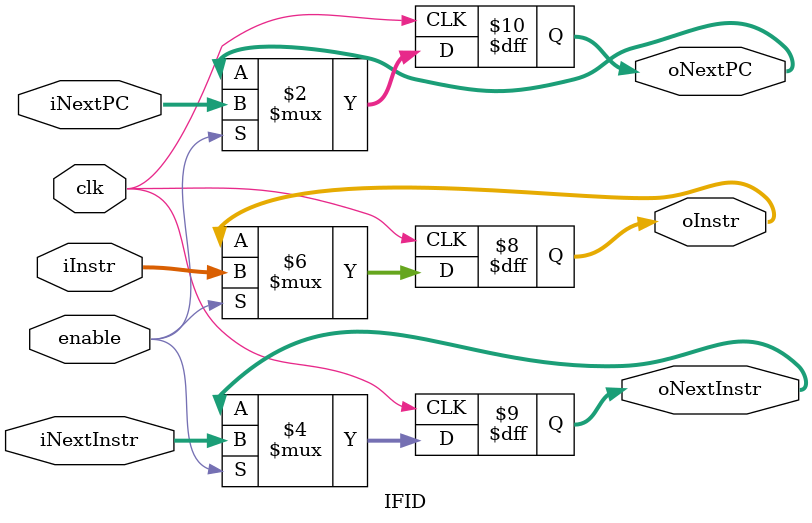
<source format=v>
`timescale 1ns / 1ps

module IFID(
  clk,
   iNextPC,
  iInstr,
  iNextInstr,
 oNextPC,
  oInstr,
  oNextInstr,
  
  enable
);

  input clk, enable;
  input [31:0] iInstr;
  input [31:0] iNextInstr;
  input [3:0] iNextPC;
  output reg [31:0] oInstr;
  output reg[31:0] oNextInstr;
  output reg [3:0] oNextPC;
  
  always @(posedge clk) begin
    if(enable)begin
    oInstr <= iInstr;
	 oNextInstr <= iNextInstr;
    oNextPC <= iNextPC;
	 end
  end
endmodule

</source>
